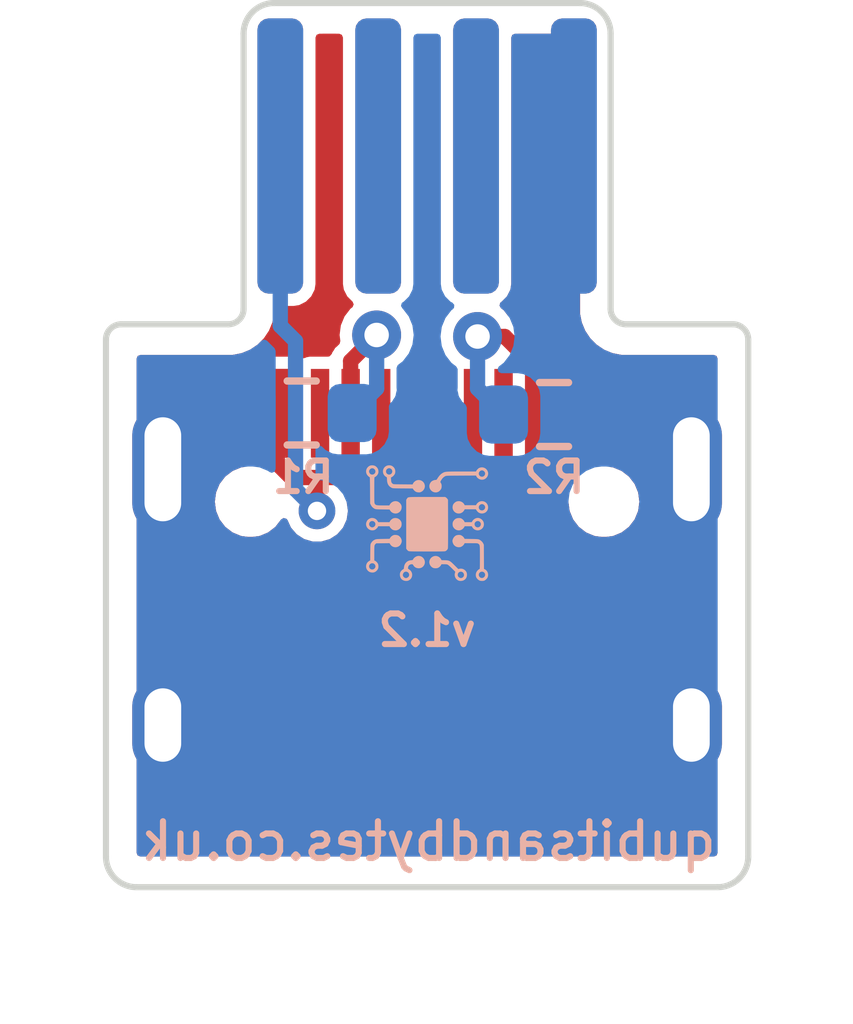
<source format=kicad_pcb>
(kicad_pcb (version 20221018) (generator pcbnew)
  (layers (0 "F.Cu" signal) (31 "B.Cu" signal) (34 "B.Paste" user) (35 "F.Paste" user) (36 "B.SilkS" user "B.Silkscreen") (37 "F.SilkS" user "F.Silkscreen") (38 "B.Mask" user) (39 "F.Mask" user) (44 "Edge.Cuts" user))
  (net 0 "")
  (net 5 "/GND")
  (net 6 "Net-(J1-Pin_7)")
  (net 8 "Net-(J3-CC1)")
  (net 12 "Net-(J3-CC2)")
  (footprint "Connector_USB:USB_C_Receptacle_HRO_TYPE-C-31-M-12" (layer "F.Cu") (at 100 108.25)
    (fp_text reference "J3" hide)
    (fp_text value "USB_C_Receptacle")
    (pad "" np_thru_hole circle (at -2.89 -2.6) (size 0.65 0.65) (drill 0.65) (layers "*.Cu" "*.Mask"))
    (pad "" np_thru_hole circle (at 2.89 -2.6) (size 0.65 0.65) (drill 0.65) (layers "*.Cu" "*.Mask"))
    (pad "A1" smd rect (at -3.25 -4.045) (size 0.6 1.45) (layers "F.Cu" "F.Paste" "F.Mask") (net 5 "/GND"))
    (pad "A4" smd rect (at -2.45 -4.045) (size 0.6 1.45) (layers "F.Cu" "F.Paste" "F.Mask") (net 6 "Net-(J1-Pin_7)"))
    (pad "A5" smd rect (at -1.25 -4.045) (size 0.3 1.45) (layers "F.Cu" "F.Paste" "F.Mask") (net 8 "Net-(J3-CC1)"))
    (pad "A6" smd rect (at -0.25 -4.045) (size 0.3 1.45) (layers "F.Cu" "F.Paste" "F.Mask"))
    (pad "A7" smd rect (at 0.25 -4.045) (size 0.3 1.45) (layers "F.Cu" "F.Paste" "F.Mask"))
    (pad "A8" smd rect (at 1.25 -4.045) (size 0.3 1.45) (layers "F.Cu" "F.Paste" "F.Mask"))
    (pad "A9" smd rect (at 2.45 -4.045) (size 0.6 1.45) (layers "F.Cu" "F.Paste" "F.Mask") (net 6 "Net-(J1-Pin_7)"))
    (pad "A12" smd rect (at 3.25 -4.045) (size 0.6 1.45) (layers "F.Cu" "F.Paste" "F.Mask") (net 5 "/GND"))
    (pad "B1" smd rect (at 3.25 -4.045) (size 0.6 1.45) (layers "F.Cu" "F.Paste" "F.Mask") (net 5 "/GND"))
    (pad "B4" smd rect (at 2.45 -4.045) (size 0.6 1.45) (layers "F.Cu" "F.Paste" "F.Mask") (net 6 "Net-(J1-Pin_7)"))
    (pad "B5" smd rect (at 1.75 -4.045) (size 0.3 1.45) (layers "F.Cu" "F.Paste" "F.Mask") (net 12 "Net-(J3-CC2)"))
    (pad "B6" smd rect (at 0.75 -4.045) (size 0.3 1.45) (layers "F.Cu" "F.Paste" "F.Mask"))
    (pad "B7" smd rect (at -0.75 -4.045) (size 0.3 1.45) (layers "F.Cu" "F.Paste" "F.Mask"))
    (pad "B8" smd rect (at -1.75 -4.045) (size 0.3 1.45) (layers "F.Cu" "F.Paste" "F.Mask"))
    (pad "B9" smd rect (at -2.45 -4.045) (size 0.6 1.45) (layers "F.Cu" "F.Paste" "F.Mask") (net 6 "Net-(J1-Pin_7)"))
    (pad "B12" smd rect (at -3.25 -4.045) (size 0.6 1.45) (layers "F.Cu" "F.Paste" "F.Mask") (net 5 "/GND"))
    (pad "S1" thru_hole oval (at -4.32 -3.13) (size 1 2.1) (drill oval 0.6 1.7) (layers "*.Cu" "*.Mask") (net 5 "/GND"))
    (pad "S1" thru_hole oval (at -4.32 1.05) (size 1 1.6) (drill oval 0.6 1.2) (layers "*.Cu" "*.Mask") (net 5 "/GND"))
    (pad "S1" thru_hole oval (at 4.32 -3.13) (size 1 2.1) (drill oval 0.6 1.7) (layers "*.Cu" "*.Mask") (net 5 "/GND"))
    (pad "S1" thru_hole oval (at 4.32 1.05) (size 1 1.6) (drill oval 0.6 1.2) (layers "*.Cu" "*.Mask") (net 5 "/GND"))
  )
  (footprint "ds4-ext-charger:PS4 EXT" (layer "F.Cu") (at 100 100)
    (fp_text reference "J1" hide)
    (fp_text value "Conn_01x08_MountingPin" hide)
    (pad "6" smd roundrect (at 2.4 0) (size 0.75 4.5) (layers "B.Cu" "B.Paste" "B.Mask") (net 5 "/GND"))
    (pad "7" smd roundrect (at 2.4 0) (size 0.75 4.5) (layers "F.Cu" "F.Paste" "F.Mask") (net 5 "/GND"))
    (pad "8" smd roundrect (at 0.8 0) (size 0.75 4.5) (layers "B.Cu" "B.Paste" "B.Mask"))
    (pad "9" smd roundrect (at 0.8 0) (size 0.75 4.5) (layers "F.Cu" "F.Paste" "F.Mask"))
    (pad "10" smd roundrect (at -0.8 0) (size 0.75 4.5) (layers "B.Cu" "B.Paste" "B.Mask"))
    (pad "11" smd roundrect (at -0.8 0) (size 0.75 4.5) (layers "F.Cu" "F.Paste" "F.Mask"))
    (pad "12" smd roundrect (at -2.4 0) (size 0.75 4.5) (layers "B.Cu" "B.Paste" "B.Mask") (net 6 "Net-(J1-Pin_7)"))
    (pad "13" smd roundrect (at -2.4 0) (size 0.75 4.5) (layers "F.Cu" "F.Paste" "F.Mask"))
  )
  (footprint "Resistor_SMD:R_0603_1608Metric" (layer "B.Cu") (at 97.95 104.2)
    (fp_text reference "R1" (at 0.025 1.05) (layer "B.SilkS") (effects (font (size 0.5 0.5) (thickness 0.1)) (justify mirror)))
    (fp_text value "5.1k")
    (fp_line (start -0.237258 -0.5225) (end 0.237258 -0.5225) (stroke (width 0.12)) (layer "B.SilkS"))
    (fp_line (start -0.237258 0.5225) (end 0.237258 0.5225) (stroke (width 0.12)) (layer "B.SilkS"))
    (pad "1" smd roundrect (at -0.825 0) (size 0.8 0.95) (layers "B.Cu" "B.Paste" "B.Mask") (net 5 "/GND"))
    (pad "2" smd roundrect (at 0.825 0) (size 0.8 0.95) (layers "B.Cu" "B.Paste" "B.Mask") (net 8 "Net-(J3-CC1)"))
  )
  (footprint "Resistor_SMD:R_0603_1608Metric" (layer "B.Cu") (at 102.075 104.225 180)
    (fp_text reference "R2" (at 0 -1.025) (layer "B.SilkS") (effects (font (size 0.5 0.5) (thickness 0.1)) (justify mirror)))
    (fp_text value "5.1k")
    (fp_line (start -0.237258 -0.5225) (end 0.237258 -0.5225) (stroke (width 0.12)) (layer "B.SilkS"))
    (fp_line (start -0.237258 0.5225) (end 0.237258 0.5225) (stroke (width 0.12)) (layer "B.SilkS"))
    (pad "1" smd roundrect (at -0.825 0 180) (size 0.8 0.95) (layers "B.Cu" "B.Paste" "B.Mask") (net 5 "/GND"))
    (pad "2" smd roundrect (at 0.825 0 180) (size 0.8 0.95) (layers "B.Cu" "B.Paste" "B.Mask") (net 12 "Net-(J3-CC2)"))
  )
  (footprint "LOGO" (layer "B.Cu") (at 100 106 180)
    (fp_text reference "G***" hide)
    (fp_text value "LOGO" hide)
    (fp_poly (pts (xy 0.148417 0.427744) (xy 0.184745 0.427602) (xy 0.215387 0.427311) (xy 0.240875 0.426823) (xy 0.261742 0.42609) (xy 0.278517 0.425063) (xy 0.291735 0.423693) (xy 0.301925 0.421934) (xy 0.30962 0.419735) (xy 0.315352 0.417049) (xy 0.319652 0.413828) (xy 0.323053 0.410023) (xy 0.326085 0.405585) (xy 0.329281 0.400468) (xy 0.331092 0.397662) (xy 0.341818 0.381453) (xy 0.341818 -0.416612) (xy 0.331424 -0.432319) (xy 0.321617 -0.443779) (xy 0.309715 -0.453367) (xy 0.306031 -0.455472) (xy 0.302897 -0.456886) (xy 0.299218 -0.458112) (xy 0.294439 -0.459163) (xy 0.288005 -0.460056) (xy 0.279359 -0.460805) (xy 0.267946 -0.461424) (xy 0.253209 -0.46193) (xy 0.234593 -0.462337) (xy 0.211543 -0.462659) (xy 0.183501 -0.462912) (xy 0.149913 -0.463111) (xy 0.110223 -0.463271) (xy 0.063874 -0.463406) (xy 0.01031 -0.463532) (xy 0.00586 -0.463542) (xy -0.055709 -0.463618) (xy -0.11059 -0.463566) (xy -0.158637 -0.463387) (xy -0.199699 -0.463082) (xy -0.233629 -0.462653) (xy -0.260277 -0.462103) (xy -0.279494 -0.461432) (xy -0.291133 -0.460642) (xy -0.294301 -0.460144) (xy -0.31087 -0.452212) (xy -0.325792 -0.438937) (xy -0.336651 -0.422748) (xy -0.33978 -0.414402) (xy -0.340555 -0.4079) (xy -0.341224 -0.394473) (xy -0.341791 -0.374024) (xy -0.342254 -0.346456) (xy -0.342615 -0.311675) (xy -0.342874 -0.269583) (xy -0.343033 -0.220084) (xy -0.343092 -0.163083) (xy -0.343051 -0.098483) (xy -0.342912 -0.026188) (xy -0.342868 -0.009075) (xy -0.341818 0.380883) (xy -0.332831 0.395335) (xy -0.323274 0.407132) (xy -0.311391 0.417453) (xy -0.309392 0.418774) (xy -0.29494 0.427761) (xy 0 0.427761) (xy 0.056576 0.427775) (xy 0.105871 0.427785)) (fill solid) (layer "B.SilkS"))
    (fp_poly (pts (xy -0.861988 0.353691) (xy -0.85354 0.350212) (xy -0.835866 0.339284) (xy -0.819455 0.324426) (xy -0.806944 0.30818) (xy -0.803807 0.302272) (xy -0.799576 0.292987) (xy -0.614573 0.292987) (xy -0.610342 0.302272) (xy -0.597143 0.322446) (xy -0.578332 0.339357) (xy -0.555839 0.351786) (xy -0.531593 0.358513) (xy -0.520016 0.359359) (xy -0.495168 0.357423) (xy -0.474667 0.350831) (xy -0.455945 0.338563) (xy -0.446653 0.33018) (xy -0.434003 0.316565) (xy -0.42588 0.303876) (xy -0.420222 0.288841) (xy -0.419897 0.287726) (xy -0.415663 0.260502) (xy -0.418345 0.234717) (xy -0.427107 0.211224) (xy -0.441109 0.190876) (xy -0.459514 0.174525) (xy -0.481483 0.163024) (xy -0.506177 0.157225) (xy -0.53276 0.15798) (xy -0.54488 0.16062) (xy -0.567824 0.170557) (xy -0.588206 0.186102) (xy -0.603601 0.205366) (xy -0.604701 0.207294) (xy -0.615272 0.226464) (xy -0.796684 0.226576) (xy -0.810075 0.205643) (xy -0.828638 0.183116) (xy -0.85083 0.167352) (xy -0.875971 0.158598) (xy -0.903379 0.157101) (xy -0.929745 0.162262) (xy -0.953371 0.17329) (xy -0.972212 0.189453) (xy -0.986035 0.209541) (xy -0.994607 0.23234) (xy -0.997698 0.256637) (xy -0.996636 0.266584) (xy -0.948229 0.266584) (xy -0.948032 0.249062) (xy -0.941903 0.232884) (xy -0.930701 0.219517) (xy -0.915287 0.210424) (xy -0.89654 0.207073) (xy -0.881817 0.209316) (xy -0.868161 0.214849) (xy -0.867982 0.214957) (xy -0.854407 0.227441) (xy -0.846461 0.243725) (xy -0.844587 0.261764) (xy -0.84923 0.279515) (xy -0.852669 0.285573) (xy -0.866716 0.300636) (xy -0.883296 0.30905) (xy -0.900936 0.310841) (xy -0.918165 0.306034) (xy -0.933511 0.294657) (xy -0.941636 0.283985) (xy -0.948229 0.266584) (xy -0.996636 0.266584) (xy -0.995074 0.281221) (xy -0.986503 0.304879) (xy -0.971754 0.326399) (xy -0.962854 0.335227) (xy -0.94046 0.349959) (xy -0.915136 0.358091) (xy -0.888454 0.359407)) (fill solid) (layer "B.SilkS"))
    (fp_poly (pts (xy -0.804446 0.082373) (xy -0.780951 0.072538) (xy -0.759831 0.057752) (xy -0.743223 0.039327) (xy -0.737964 0.030542) (xy -0.730355 0.015626) (xy -0.614267 0.015626) (xy -0.609493 0.027151) (xy -0.600711 0.041525) (xy -0.586991 0.056387) (xy -0.570681 0.069405) (xy -0.561338 0.074996) (xy -0.547649 0.080452) (xy -0.531672 0.083095) (xy -0.51761 0.083604) (xy -0.489557 0.080505) (xy -0.465465 0.070859) (xy -0.444972 0.054437) (xy -0.427718 0.031006) (xy -0.423563 0.023439) (xy -0.418243 0.006918) (xy -0.416226 -0.013566) (xy -0.417462 -0.034919) (xy -0.421901 -0.054046) (xy -0.424917 -0.061076) (xy -0.440638 -0.083901) (xy -0.460445 -0.101206) (xy -0.48313 -0.112796) (xy -0.507484 -0.118475) (xy -0.532301 -0.118049) (xy -0.55637 -0.111322) (xy -0.578485 -0.0981) (xy -0.589659 -0.087684) (xy -0.599188 -0.07653) (xy -0.606901 -0.066059) (xy -0.610126 -0.060544) (xy -0.614573 -0.050784) (xy -0.730355 -0.050784) (xy -0.738017 -0.065804) (xy -0.752824 -0.086654) (xy -0.772783 -0.102907) (xy -0.796267 -0.113847) (xy -0.821647 -0.118758) (xy -0.847295 -0.116925) (xy -0.851808 -0.115825) (xy -0.878621 -0.104904) (xy -0.900298 -0.088677) (xy -0.916333 -0.068094) (xy -0.926217 -0.044104) (xy -0.929443 -0.017656) (xy -0.929432 -0.017579) (xy -0.878931 -0.017579) (xy -0.875513 -0.036417) (xy -0.866253 -0.051751) (xy -0.85264 -0.062778) (xy -0.836163 -0.068694) (xy -0.818313 -0.068695) (xy -0.800578 -0.061976) (xy -0.798783 -0.060848) (xy -0.785989 -0.048283) (xy -0.778148 -0.031896) (xy -0.775776 -0.01397) (xy -0.779392 0.003212) (xy -0.782812 0.009645) (xy -0.796074 0.02401) (xy -0.811832 0.032169) (xy -0.828649 0.034527) (xy -0.845088 0.031493) (xy -0.859712 0.023472) (xy -0.871084 0.010872) (xy -0.877768 -0.005901) (xy -0.878931 -0.017579) (xy -0.929432 -0.017579) (xy -0.925502 0.010299) (xy -0.923232 0.017722) (xy -0.911998 0.039399) (xy -0.894897 0.058332) (xy -0.873707 0.073245) (xy -0.850203 0.082865) (xy -0.828176 0.085943)) (fill solid) (layer "B.SilkS"))
    (fp_poly (pts (xy 0.913539 0.083629) (xy 0.934235 0.077228) (xy 0.954762 0.065606) (xy 0.9723 0.05062) (xy 0.981389 0.03896) (xy 0.99375 0.01238) (xy 0.998524 -0.014398) (xy 0.995776 -0.040627) (xy 0.985573 -0.065561) (xy 0.970172 -0.08617) (xy 0.948396 -0.104047) (xy 0.923476 -0.115119) (xy 0.896594 -0.11909) (xy 0.868929 -0.115663) (xy 0.861599 -0.113471) (xy 0.848258 -0.106694) (xy 0.833451 -0.095738) (xy 0.819511 -0.082698) (xy 0.808771 -0.06967) (xy 0.804675 -0.062355) (xy 0.799883 -0.050784) (xy 0.614267 -0.050784) (xy 0.609656 -0.061917) (xy 0.602319 -0.073767) (xy 0.590499 -0.087037) (xy 0.576589 -0.099436) (xy 0.562981 -0.108673) (xy 0.558628 -0.110778) (xy 0.537682 -0.116828) (xy 0.515241 -0.119036) (xy 0.495191 -0.117024) (xy 0.495021 -0.116983) (xy 0.468219 -0.10661) (xy 0.445823 -0.089825) (xy 0.428112 -0.066852) (xy 0.424917 -0.061076) (xy 0.419058 -0.043949) (xy 0.41638 -0.023211) (xy 0.416531 -0.017403) (xy 0.84452 -0.017403) (xy 0.84818 -0.03531) (xy 0.851594 -0.04203) (xy 0.864577 -0.057267) (xy 0.880561 -0.066686) (xy 0.897948 -0.069733) (xy 0.915139 -0.065853) (xy 0.917243 -0.064828) (xy 0.934366 -0.052231) (xy 0.944845 -0.035926) (xy 0.948014 -0.022706) (xy 0.946593 -0.003433) (xy 0.939018 0.012825) (xy 0.926656 0.025162) (xy 0.910877 0.032672) (xy 0.893048 0.03445) (xy 0.874537 0.02959) (xy 0.871388 0.02802) (xy 0.856655 0.016141) (xy 0.847522 0.000374) (xy 0.84452 -0.017403) (xy 0.416531 -0.017403) (xy 0.416934 -0.001955) (xy 0.420768 0.016724) (xy 0.423563 0.023439) (xy 0.436052 0.044051) (xy 0.45005 0.059245) (xy 0.467774 0.071384) (xy 0.469286 0.072221) (xy 0.492172 0.080971) (xy 0.517167 0.08423) (xy 0.541709 0.081922) (xy 0.561338 0.074996) (xy 0.578073 0.064017) (xy 0.593526 0.049894) (xy 0.605348 0.034961) (xy 0.609493 0.027151) (xy 0.614267 0.015626) (xy 0.706572 0.015757) (xy 0.798877 0.015887) (xy 0.810597 0.036244) (xy 0.82658 0.056519) (xy 0.847577 0.071861) (xy 0.87202 0.081549) (xy 0.898343 0.084862)) (fill solid) (layer "B.SilkS"))
    (fp_poly (pts (xy -0.108715 -0.540636) (xy -0.08628 -0.55071) (xy -0.066745 -0.565629) (xy -0.051142 -0.584673) (xy -0.040501 -0.607125) (xy -0.035853 -0.632267) (xy -0.036429 -0.648863) (xy -0.043161 -0.674742) (xy -0.056277 -0.698265) (xy -0.074575 -0.717762) (xy -0.095622 -0.731017) (xy -0.112965 -0.736044) (xy -0.134271 -0.738093) (xy -0.156235 -0.737047) (xy -0.17264 -0.733733) (xy -0.188353 -0.72626) (xy -0.204716 -0.714085) (xy -0.219014 -0.699556) (xy -0.228219 -0.685692) (xy -0.234756 -0.671916) (xy -0.278264 -0.671916) (xy -0.299253 -0.672191) (xy -0.314383 -0.673182) (xy -0.325592 -0.675142) (xy -0.334819 -0.678323) (xy -0.337655 -0.679632) (xy -0.345576 -0.684921) (xy -0.357761 -0.694862) (xy -0.373082 -0.708455) (xy -0.390407 -0.7247) (xy -0.407177 -0.74116) (xy -0.460816 -0.794971) (xy -0.454748 -0.814503) (xy -0.450248 -0.841372) (xy -0.452908 -0.867792) (xy -0.462121 -0.892469) (xy -0.477279 -0.914112) (xy -0.497776 -0.931427) (xy -0.51358 -0.939711) (xy -0.532783 -0.944504) (xy -0.555353 -0.945234) (xy -0.578075 -0.942043) (xy -0.59574 -0.93606) (xy -0.61935 -0.921052) (xy -0.636702 -0.901408) (xy -0.647667 -0.877342) (xy -0.652114 -0.849068) (xy -0.652212 -0.843802) (xy -0.652039 -0.842137) (xy -0.603493 -0.842137) (xy -0.60188 -0.860662) (xy -0.593609 -0.876953) (xy -0.579194 -0.88958) (xy -0.572632 -0.89294) (xy -0.559149 -0.897418) (xy -0.547185 -0.897351) (xy -0.533344 -0.892566) (xy -0.529501 -0.890763) (xy -0.51306 -0.879049) (xy -0.503131 -0.863224) (xy -0.500045 -0.845152) (xy -0.503288 -0.82627) (xy -0.512008 -0.81133) (xy -0.524752 -0.800662) (xy -0.54007 -0.794598) (xy -0.556509 -0.79347) (xy -0.572616 -0.797609) (xy -0.586941 -0.807347) (xy -0.597931 -0.822808) (xy -0.603493 -0.842137) (xy -0.652039 -0.842137) (xy -0.64946 -0.817243) (xy -0.640781 -0.794828) (xy -0.625544 -0.774957) (xy -0.624745 -0.774148) (xy -0.602588 -0.756934) (xy -0.5777 -0.746415) (xy -0.551352 -0.742967) (xy -0.528891 -0.745843) (xy -0.510527 -0.750467) (xy -0.449531 -0.6899) (xy -0.425565 -0.666315) (xy -0.405835 -0.647737) (xy -0.389158 -0.63355) (xy -0.374345 -0.623137) (xy -0.360212 -0.615882) (xy -0.345573 -0.611168) (xy -0.32924 -0.608379) (xy -0.310029 -0.606898) (xy -0.288425 -0.606151) (xy -0.235033 -0.604771) (xy -0.230411 -0.593613) (xy -0.221928 -0.579756) (xy -0.20865 -0.565285) (xy -0.192992 -0.552596) (xy -0.183118 -0.54666) (xy -0.158165 -0.537893) (xy -0.13302 -0.536124)) (fill solid) (layer "B.SilkS"))
    (fp_poly (pts (xy 0.148832 -0.53646) (xy 0.171471 -0.542204) (xy 0.193248 -0.553193) (xy 0.212151 -0.56802) (xy 0.22617 -0.585278) (xy 0.230358 -0.593484) (xy 0.233288 -0.59926) (xy 0.237448 -0.602746) (xy 0.244812 -0.604721) (xy 0.257354 -0.605963) (xy 0.26298 -0.606345) (xy 0.293598 -0.611947) (xy 0.320562 -0.624082) (xy 0.343183 -0.642054) (xy 0.360773 -0.66517) (xy 0.372646 -0.692732) (xy 0.378015 -0.722588) (xy 0.379282 -0.73695) (xy 0.381075 -0.745536) (xy 0.384228 -0.750374) (xy 0.389575 -0.753494) (xy 0.390961 -0.754082) (xy 0.40485 -0.762606) (xy 0.419207 -0.775862) (xy 0.43159 -0.791333) (xy 0.437928 -0.802468) (xy 0.44441 -0.825307) (xy 0.445108 -0.850449) (xy 0.440446 -0.875689) (xy 0.430848 -0.898821) (xy 0.416738 -0.917641) (xy 0.415559 -0.918772) (xy 0.395559 -0.932635) (xy 0.371588 -0.941676) (xy 0.345911 -0.945508) (xy 0.320792 -0.943743) (xy 0.302666 -0.938061) (xy 0.279735 -0.923819) (xy 0.262365 -0.905227) (xy 0.250603 -0.883469) (xy 0.244494 -0.859728) (xy 0.244249 -0.845152) (xy 0.293001 -0.845152) (xy 0.296518 -0.864347) (xy 0.306891 -0.879957) (xy 0.322158 -0.890689) (xy 0.336165 -0.896592) (xy 0.347391 -0.898039) (xy 0.35933 -0.895227) (xy 0.364726 -0.893106) (xy 0.380725 -0.88245) (xy 0.392262 -0.866733) (xy 0.396817 -0.8533) (xy 0.396272 -0.83829) (xy 0.390552 -0.822142) (xy 0.381089 -0.807891) (xy 0.371573 -0.799769) (xy 0.353954 -0.793386) (xy 0.336118 -0.793744) (xy 0.319585 -0.799964) (xy 0.305875 -0.811168) (xy 0.296508 -0.826479) (xy 0.293002 -0.84502) (xy 0.293001 -0.845152) (xy 0.244249 -0.845152) (xy 0.244082 -0.835187) (xy 0.249415 -0.811029) (xy 0.260536 -0.788438) (xy 0.277491 -0.768596) (xy 0.295664 -0.755275) (xy 0.305942 -0.748922) (xy 0.310996 -0.74373) (xy 0.312356 -0.736933) (xy 0.311624 -0.726479) (xy 0.306167 -0.705142) (xy 0.294786 -0.688564) (xy 0.278189 -0.677374) (xy 0.257084 -0.672201) (xy 0.25022 -0.671916) (xy 0.239738 -0.672692) (xy 0.233347 -0.676392) (xy 0.22779 -0.68507) (xy 0.227014 -0.686566) (xy 0.211664 -0.708311) (xy 0.191215 -0.724432) (xy 0.166392 -0.734516) (xy 0.137915 -0.73815) (xy 0.136727 -0.738155) (xy 0.108375 -0.734692) (xy 0.083805 -0.724417) (xy 0.063297 -0.707501) (xy 0.04713 -0.684115) (xy 0.046511 -0.682917) (xy 0.037787 -0.658043) (xy 0.036056 -0.632963) (xy 0.040599 -0.608707) (xy 0.050694 -0.586307) (xy 0.065622 -0.566794) (xy 0.084661 -0.551199) (xy 0.107092 -0.540554) (xy 0.132194 -0.53589)) (fill solid) (layer "B.SilkS"))
    (fp_poly (pts (xy 0.535372 -0.192985) (xy 0.545768 -0.194996) (xy 0.565257 -0.203371) (xy 0.584139 -0.216796) (xy 0.59947 -0.232986) (xy 0.60435 -0.240431) (xy 0.613005 -0.255875) (xy 0.721567 -0.258076) (xy 0.753954 -0.25877) (xy 0.779578 -0.259449) (xy 0.799487 -0.260199) (xy 0.81473 -0.261109) (xy 0.826356 -0.262267) (xy 0.835413 -0.263761) (xy 0.842951 -0.265678) (xy 0.850017 -0.268107) (xy 0.852478 -0.269057) (xy 0.877004 -0.282541) (xy 0.898728 -0.30188) (xy 0.915581 -0.325152) (xy 0.918211 -0.33016) (xy 0.920813 -0.335607) (xy 0.922903 -0.340842) (xy 0.924546 -0.346768) (xy 0.925807 -0.354285) (xy 0.926749 -0.364295) (xy 0.927438 -0.377698) (xy 0.927938 -0.395395) (xy 0.928313 -0.418287) (xy 0.928629 -0.447276) (xy 0.928918 -0.479519) (xy 0.930044 -0.609406) (xy 0.944544 -0.616865) (xy 0.966449 -0.632303) (xy 0.983114 -0.652727) (xy 0.993937 -0.676832) (xy 0.998315 -0.703316) (xy 0.996161 -0.728531) (xy 0.987082 -0.75355) (xy 0.971252 -0.775641) (xy 0.949542 -0.79361) (xy 0.94824 -0.794427) (xy 0.928709 -0.802885) (xy 0.90567 -0.807378) (xy 0.882333 -0.807574) (xy 0.86235 -0.803309) (xy 0.837246 -0.789929) (xy 0.816959 -0.770543) (xy 0.802023 -0.745678) (xy 0.800568 -0.742233) (xy 0.796777 -0.726526) (xy 0.795578 -0.706955) (xy 0.796169 -0.698164) (xy 0.844745 -0.698164) (xy 0.844771 -0.715039) (xy 0.850462 -0.730484) (xy 0.860762 -0.74344) (xy 0.87461 -0.752848) (xy 0.890948 -0.75765) (xy 0.908719 -0.756786) (xy 0.922298 -0.75181) (xy 0.936585 -0.740379) (xy 0.945589 -0.724746) (xy 0.948763 -0.706928) (xy 0.945555 -0.68894) (xy 0.941636 -0.680918) (xy 0.929027 -0.665874) (xy 0.913204 -0.657695) (xy 0.89654 -0.655639) (xy 0.87709 -0.658566) (xy 0.86186 -0.667793) (xy 0.851443 -0.680918) (xy 0.844745 -0.698164) (xy 0.796169 -0.698164) (xy 0.796919 -0.68701) (xy 0.800744 -0.670179) (xy 0.801703 -0.667726) (xy 0.812517 -0.649284) (xy 0.827732 -0.632049) (xy 0.844676 -0.618931) (xy 0.848315 -0.616916) (xy 0.863334 -0.609254) (xy 0.863334 -0.489991) (xy 0.863305 -0.454663) (xy 0.863133 -0.426244) (xy 0.862687 -0.403829) (xy 0.86184 -0.386514) (xy 0.860462 -0.373396) (xy 0.858424 -0.363569) (xy 0.855597 -0.356131) (xy 0.851852 -0.350176) (xy 0.84706 -0.3448) (xy 0.841912 -0.339865) (xy 0.831466 -0.330098) (xy 0.72278 -0.32895) (xy 0.614094 -0.327801) (xy 0.604917 -0.344393) (xy 0.589263 -0.365278) (xy 0.569305 -0.380619) (xy 0.54636 -0.390299) (xy 0.521746 -0.3942) (xy 0.496782 -0.392204) (xy 0.472783 -0.384194) (xy 0.451069 -0.370051) (xy 0.440152 -0.359123) (xy 0.428433 -0.341645) (xy 0.419471 -0.321026) (xy 0.414596 -0.300645) (xy 0.414088 -0.292987) (xy 0.417609 -0.269864) (xy 0.427278 -0.246684) (xy 0.441756 -0.225621) (xy 0.459701 -0.208844) (xy 0.469892 -0.202569) (xy 0.489601 -0.195675) (xy 0.51268 -0.192356)) (fill solid) (layer "B.SilkS"))
    (fp_poly (pts (xy 0.65065 0.941483) (xy 0.667158 0.935297) (xy 0.689028 0.920415) (xy 0.705543 0.901052) (xy 0.716527 0.878522) (xy 0.721805 0.854139) (xy 0.721201 0.829216) (xy 0.71454 0.805067) (xy 0.701646 0.783007) (xy 0.689245 0.769882) (xy 0.67863 0.761368) (xy 0.66871 0.754689) (xy 0.665576 0.753023) (xy 0.660886 0.750284) (xy 0.658111 0.746128) (xy 0.656754 0.738702) (xy 0.656318 0.726152) (xy 0.65629 0.718359) (xy 0.653637 0.680276) (xy 0.645598 0.647745) (xy 0.632055 0.620546) (xy 0.612891 0.598463) (xy 0.587987 0.581275) (xy 0.580114 0.577377) (xy 0.575149 0.575173) (xy 0.57022 0.573357) (xy 0.564542 0.571884) (xy 0.557333 0.570712) (xy 0.547807 0.569796) (xy 0.53518 0.569094) (xy 0.518669 0.568562) (xy 0.497488 0.568155) (xy 0.470854 0.567832) (xy 0.437982 0.567548) (xy 0.398089 0.56726) (xy 0.397705 0.567257) (xy 0.234828 0.56612) (xy 0.227053 0.553584) (xy 0.213768 0.536307) (xy 0.19751 0.521269) (xy 0.180954 0.510905) (xy 0.179378 0.510216) (xy 0.161942 0.505029) (xy 0.142075 0.502228) (xy 0.123447 0.502186) (xy 0.114585 0.503593) (xy 0.089938 0.513567) (xy 0.068833 0.529391) (xy 0.052198 0.549748) (xy 0.04096 0.573319) (xy 0.036048 0.598788) (xy 0.036523 0.614436) (xy 0.043111 0.640952) (xy 0.055417 0.663372) (xy 0.072334 0.681341) (xy 0.092749 0.694503) (xy 0.115553 0.702502) (xy 0.139636 0.704982) (xy 0.163888 0.701586) (xy 0.187199 0.69196) (xy 0.208459 0.675747) (xy 0.212978 0.671009) (xy 0.222437 0.659499) (xy 0.229693 0.648848) (xy 0.232935 0.64202) (xy 0.2353 0.6326) (xy 0.392776 0.633702) (xy 0.432037 0.63399) (xy 0.464246 0.63428) (xy 0.490164 0.634612) (xy 0.510549 0.635029) (xy 0.526164 0.635571) (xy 0.537768 0.636279) (xy 0.546122 0.637196) (xy 0.551986 0.638363) (xy 0.556121 0.639821) (xy 0.559288 0.641611) (xy 0.561035 0.642859) (xy 0.572451 0.652449) (xy 0.580131 0.662271) (xy 0.584919 0.674307) (xy 0.587658 0.690534) (xy 0.588969 0.708372) (xy 0.590909 0.745456) (xy 0.575244 0.753447) (xy 0.559648 0.764088) (xy 0.544503 0.778946) (xy 0.531991 0.79553) (xy 0.524295 0.811347) (xy 0.524157 0.811795) (xy 0.519338 0.840213) (xy 0.520201 0.84995) (xy 0.568809 0.84995) (xy 0.570342 0.832102) (xy 0.578931 0.814417) (xy 0.5922 0.801673) (xy 0.608568 0.794481) (xy 0.626455 0.793446) (xy 0.64428 0.799177) (xy 0.648819 0.801924) (xy 0.662829 0.814689) (xy 0.670169 0.830346) (xy 0.671844 0.845755) (xy 0.668347 0.864901) (xy 0.658442 0.880918) (xy 0.643465 0.891969) (xy 0.627742 0.89752) (xy 0.613511 0.897408) (xy 0.600102 0.893075) (xy 0.584617 0.882723) (xy 0.573854 0.867666) (xy 0.568809 0.84995) (xy 0.520201 0.84995) (xy 0.521751 0.867433) (xy 0.530938 0.892414) (xy 0.546437 0.914119) (xy 0.567788 0.931507) (xy 0.580114 0.938076) (xy 0.601764 0.944265) (xy 0.626272 0.945369)) (fill solid) (layer "B.SilkS"))
    (fp_poly (pts (xy -0.876839 0.910578) (xy -0.850877 0.902034) (xy -0.848084 0.90064) (xy -0.838469 0.893893) (xy -0.827112 0.883446) (xy -0.816034 0.871469) (xy -0.807256 0.860134) (xy -0.802964 0.852184) (xy -0.800304 0.843802) (xy -0.563248 0.843744) (xy -0.511228 0.843717) (xy -0.466379 0.84363) (xy -0.428059 0.843434) (xy -0.395627 0.843081) (xy -0.36844 0.84252) (xy -0.345857 0.841702) (xy -0.327236 0.84058) (xy -0.311935 0.839102) (xy -0.299312 0.837221) (xy -0.288726 0.834887) (xy -0.279534 0.832051) (xy -0.271095 0.828664) (xy -0.262766 0.824677) (xy -0.253954 0.820065) (xy -0.227909 0.802296) (xy -0.202686 0.777418) (xy -0.178967 0.746133) (xy -0.172721 0.736373) (xy -0.163362 0.721618) (xy -0.156665 0.712472) (xy -0.151451 0.707738) (xy -0.146543 0.706224) (xy -0.143132 0.706377) (xy -0.129402 0.705653) (xy -0.112143 0.701429) (xy -0.094251 0.694652) (xy -0.078622 0.686268) (xy -0.075927 0.684414) (xy -0.061116 0.669864) (xy -0.048465 0.650384) (xy -0.039586 0.628838) (xy -0.036523 0.614436) (xy -0.037093 0.588476) (xy -0.044379 0.564271) (xy -0.057344 0.542736) (xy -0.074954 0.524786) (xy -0.096175 0.511336) (xy -0.11997 0.503302) (xy -0.145305 0.5016) (xy -0.16127 0.504109) (xy -0.181674 0.51104) (xy -0.198398 0.521593) (xy -0.2126 0.535368) (xy -0.226063 0.55266) (xy -0.234095 0.569844) (xy -0.237756 0.589771) (xy -0.238296 0.604555) (xy -0.237235 0.62347) (xy -0.23336 0.639358) (xy -0.225629 0.655574) (xy -0.219203 0.666086) (xy -0.217141 0.670793) (xy -0.217511 0.676422) (xy -0.22085 0.684705) (xy -0.227693 0.697372) (xy -0.230293 0.701909) (xy -0.25037 0.730987) (xy -0.273072 0.752946) (xy -0.296415 0.767089) (xy -0.300268 0.768795) (xy -0.304296 0.770254) (xy -0.309114 0.77149) (xy -0.315337 0.772524) (xy -0.323582 0.773378) (xy -0.334465 0.774076) (xy -0.348601 0.774639) (xy -0.366606 0.775089) (xy -0.389097 0.775449) (xy -0.416689 0.775741) (xy -0.449997 0.775988) (xy -0.489638 0.776211) (xy -0.536228 0.776433) (xy -0.557131 0.776528) (xy -0.799789 0.777617) (xy -0.80461 0.765979) (xy -0.810284 0.756146) (xy -0.819068 0.744716) (xy -0.823413 0.739943) (xy -0.844922 0.723034) (xy -0.869511 0.71257) (xy -0.895712 0.708776) (xy -0.922055 0.711875) (xy -0.94566 0.721287) (xy -0.967053 0.737313) (xy -0.983474 0.757974) (xy -0.99423 0.781766) (xy -0.998633 0.807186) (xy -0.997933 0.814431) (xy -0.948371 0.814431) (xy -0.947059 0.798133) (xy -0.940754 0.783232) (xy -0.93031 0.770864) (xy -0.916579 0.762165) (xy -0.900411 0.758273) (xy -0.882661 0.760325) (xy -0.871388 0.764997) (xy -0.856655 0.776876) (xy -0.847522 0.792644) (xy -0.84452 0.810421) (xy -0.84818 0.828327) (xy -0.851594 0.835048) (xy -0.865005 0.850809) (xy -0.8812 0.860043) (xy -0.898798 0.862551) (xy -0.916417 0.858136) (xy -0.932609 0.846667) (xy -0.943838 0.830988) (xy -0.948371 0.814431) (xy -0.997933 0.814431) (xy -0.996278 0.83157) (xy -0.986401 0.857588) (xy -0.970991 0.879175) (xy -0.951189 0.895799) (xy -0.928136 0.906929) (xy -0.902972 0.912032)) (fill solid) (layer "B.SilkS"))
    (fp_poly (pts (xy -0.501415 -0.19348) (xy -0.479486 -0.198563) (xy -0.469892 -0.202569) (xy -0.45068 -0.216279) (xy -0.434244 -0.235398) (xy -0.421922 -0.257756) (xy -0.415057 -0.281179) (xy -0.414088 -0.292987) (xy -0.416854 -0.312263) (xy -0.424266 -0.333194) (xy -0.434992 -0.352399) (xy -0.440152 -0.359123) (xy -0.460595 -0.377256) (xy -0.484843 -0.389113) (xy -0.511569 -0.394306) (xy -0.539445 -0.392448) (xy -0.547787 -0.390471) (xy -0.566032 -0.382349) (xy -0.584094 -0.369168) (xy -0.599132 -0.353213) (xy -0.604822 -0.344565) (xy -0.613904 -0.328145) (xy -0.718509 -0.328145) (xy -0.749842 -0.328165) (xy -0.774348 -0.328275) (xy -0.793012 -0.328549) (xy -0.806822 -0.329062) (xy -0.816762 -0.329886) (xy -0.823819 -0.331097) (xy -0.828978 -0.332769) (xy -0.833227 -0.334976) (xy -0.836388 -0.337013) (xy -0.842304 -0.341003) (xy -0.847284 -0.344857) (xy -0.851409 -0.349246) (xy -0.854758 -0.354843) (xy -0.857412 -0.362321) (xy -0.859453 -0.372352) (xy -0.86096 -0.385609) (xy -0.862015 -0.402765) (xy -0.862698 -0.424492) (xy -0.863091 -0.451463) (xy -0.863273 -0.484351) (xy -0.863325 -0.523828) (xy -0.863328 -0.561558) (xy -0.863298 -0.605798) (xy -0.863194 -0.642817) (xy -0.862998 -0.673206) (xy -0.862695 -0.697556) (xy -0.862267 -0.71646) (xy -0.861698 -0.730509) (xy -0.860972 -0.740294) (xy -0.860072 -0.746406) (xy -0.858982 -0.749438) (xy -0.858036 -0.750046) (xy -0.852205 -0.752284) (xy -0.842721 -0.758055) (xy -0.834916 -0.763654) (xy -0.816166 -0.782661) (xy -0.803156 -0.805856) (xy -0.796305 -0.831707) (xy -0.796031 -0.858683) (xy -0.802157 -0.883735) (xy -0.811563 -0.90046) (xy -0.825872 -0.916876) (xy -0.842724 -0.930748) (xy -0.859756 -0.939842) (xy -0.862413 -0.940727) (xy -0.879467 -0.943999) (xy -0.899146 -0.945045) (xy -0.918296 -0.94391) (xy -0.933763 -0.940641) (xy -0.936365 -0.939637) (xy -0.952633 -0.929782) (xy -0.968844 -0.915355) (xy -0.982553 -0.898866) (xy -0.991046 -0.883535) (xy -0.997247 -0.857885) (xy -0.997187 -0.852222) (xy -0.948186 -0.852222) (xy -0.941718 -0.869488) (xy -0.94041 -0.871546) (xy -0.926526 -0.886367) (xy -0.909743 -0.894898) (xy -0.891603 -0.896771) (xy -0.873644 -0.891617) (xy -0.868594 -0.888693) (xy -0.85993 -0.880947) (xy -0.85187 -0.870644) (xy -0.851443 -0.869958) (xy -0.844948 -0.852693) (xy -0.84521 -0.835224) (xy -0.851357 -0.819039) (xy -0.862519 -0.805624) (xy -0.877823 -0.796464) (xy -0.896399 -0.793047) (xy -0.89654 -0.793047) (xy -0.915344 -0.796388) (xy -0.930728 -0.805439) (xy -0.941874 -0.818736) (xy -0.947966 -0.834818) (xy -0.948186 -0.852222) (xy -0.997187 -0.852222) (xy -0.996973 -0.831882) (xy -0.990744 -0.806999) (xy -0.979082 -0.784708) (xy -0.962506 -0.766481) (xy -0.945835 -0.755707) (xy -0.930059 -0.748093) (xy -0.927791 -0.353537) (xy -0.918487 -0.33295) (xy -0.906843 -0.31393) (xy -0.89021 -0.295355) (xy -0.870951 -0.27945) (xy -0.85143 -0.268436) (xy -0.848824 -0.267416) (xy -0.841965 -0.265294) (xy -0.833542 -0.26359) (xy -0.822567 -0.262236) (xy -0.80805 -0.261165) (xy -0.789005 -0.26031) (xy -0.764442 -0.259604) (xy -0.733373 -0.25898) (xy -0.721794 -0.258784) (xy -0.613458 -0.25702) (xy -0.604599 -0.241004) (xy -0.591578 -0.223859) (xy -0.573668 -0.208671) (xy -0.553787 -0.197723) (xy -0.545768 -0.194996) (xy -0.524762 -0.192166)) (fill solid) (layer "B.SilkS"))
    (fp_poly (pts (xy 0.919519 0.943749) (xy 0.938179 0.93811) (xy 0.955561 0.927294) (xy 0.966415 0.918015) (xy 0.983569 0.897177) (xy 0.994272 0.87306) (xy 0.998284 0.847122) (xy 0.995366 0.820822) (xy 0.986196 0.797263) (xy 0.978587 0.785898) (xy 0.968306 0.77386) (xy 0.957068 0.762801) (xy 0.946584 0.754371) (xy 0.938567 0.750222) (xy 0.93721 0.750046) (xy 0.936602 0.746257) (xy 0.935991 0.735363) (xy 0.93539 0.718069) (xy 0.934814 0.695082) (xy 0.934277 0.66711) (xy 0.933793 0.634859) (xy 0.933377 0.599035) (xy 0.933043 0.560347) (xy 0.932888 0.536166) (xy 0.931698 0.322285) (xy 0.920333 0.297673) (xy 0.905769 0.273694) (xy 0.886423 0.252982) (xy 0.864171 0.237355) (xy 0.852569 0.232028) (xy 0.845989 0.229907) (xy 0.838091 0.228212) (xy 0.827889 0.22688) (xy 0.814395 0.225844) (xy 0.796624 0.225041) (xy 0.773589 0.224406) (xy 0.744304 0.223874) (xy 0.72389 0.223585) (xy 0.613745 0.222129) (xy 0.603959 0.205432) (xy 0.587696 0.185022) (xy 0.566646 0.169714) (xy 0.542378 0.160065) (xy 0.51646 0.156633) (xy 0.49046 0.159973) (xy 0.482806 0.162405) (xy 0.457838 0.175458) (xy 0.438117 0.194106) (xy 0.424171 0.217718) (xy 0.417339 0.240745) (xy 0.415557 0.268184) (xy 0.42106 0.293101) (xy 0.434012 0.315997) (xy 0.446653 0.33018) (xy 0.465442 0.3456) (xy 0.484751 0.354842) (xy 0.507151 0.358929) (xy 0.520016 0.359359) (xy 0.545908 0.355554) (xy 0.570191 0.344826) (xy 0.591485 0.328061) (xy 0.608408 0.306145) (xy 0.611393 0.300747) (xy 0.617426 0.28908) (xy 0.715965 0.289166) (xy 0.750596 0.28933) (xy 0.778339 0.289879) (xy 0.800116 0.290999) (xy 0.816849 0.292874) (xy 0.829462 0.295689) (xy 0.838875 0.299631) (xy 0.846012 0.304883) (xy 0.851794 0.311633) (xy 0.855426 0.317175) (xy 0.857148 0.320228) (xy 0.858599 0.323703) (xy 0.859803 0.328255) (xy 0.860782 0.334538) (xy 0.86156 0.343208) (xy 0.86216 0.354918) (xy 0.862605 0.370324) (xy 0.862918 0.390079) (xy 0.863123 0.414839) (xy 0.863242 0.445258) (xy 0.8633 0.481989) (xy 0.863318 0.525689) (xy 0.86332 0.539809) (xy 0.863314 0.585623) (xy 0.863276 0.624245) (xy 0.863184 0.656297) (xy 0.863017 0.682402) (xy 0.862752 0.703181) (xy 0.862367 0.719256) (xy 0.861842 0.731248) (xy 0.861154 0.739779) (xy 0.860282 0.745471) (xy 0.859204 0.748945) (xy 0.857898 0.750824) (xy 0.856343 0.751728) (xy 0.855918 0.751874) (xy 0.84089 0.759667) (xy 0.825505 0.772695) (xy 0.812055 0.78884) (xy 0.806875 0.797225) (xy 0.799909 0.811786) (xy 0.796457 0.824983) (xy 0.795483 0.841051) (xy 0.795486 0.843802) (xy 0.7963 0.852693) (xy 0.844948 0.852693) (xy 0.84521 0.835224) (xy 0.851357 0.819039) (xy 0.862519 0.805624) (xy 0.877823 0.796464) (xy 0.896399 0.793047) (xy 0.89654 0.793047) (xy 0.91023 0.794974) (xy 0.922981 0.799685) (xy 0.924198 0.800384) (xy 0.936275 0.811662) (xy 0.945192 0.827401) (xy 0.949206 0.844377) (xy 0.949277 0.846744) (xy 0.945931 0.861059) (xy 0.937092 0.875582) (xy 0.924562 0.887719) (xy 0.917947 0.891843) (xy 0.90014 0.897026) (xy 0.882291 0.895035) (xy 0.865883 0.886355) (xy 0.852397 0.871477) (xy 0.851443 0.869958) (xy 0.844948 0.852693) (xy 0.7963 0.852693) (xy 0.797757 0.868609) (xy 0.804944 0.889356) (xy 0.81809 0.908766) (xy 0.822051 0.913311) (xy 0.842166 0.930741) (xy 0.865177 0.941263) (xy 0.89206 0.945299) (xy 0.896622 0.945371)) (fill solid) (layer "B.SilkS"))
  )
  (gr_line (start 94.75 103) (end 94.75 111.45) (stroke (width 0.1)) (layer "Edge.Cuts"))
  (gr_line (start 97.5 97.5) (end 102.5 97.5) (stroke (width 0.1)) (layer "Edge.Cuts"))
  (gr_arc (start 94.75 103) (mid 94.823223 102.823223) (end 95 102.75) (stroke (width 0.1)) (layer "Edge.Cuts"))
  (gr_arc (start 97 102.5) (mid 96.926777 102.676777) (end 96.75 102.75) (stroke (width 0.1)) (layer "Edge.Cuts"))
  (gr_arc (start 97 98) (mid 97.146447 97.646447) (end 97.5 97.5) (stroke (width 0.1)) (layer "Edge.Cuts"))
  (gr_arc (start 105 102.75) (mid 105.176777 102.823223) (end 105.25 103) (stroke (width 0.1)) (layer "Edge.Cuts"))
  (gr_arc (start 105.25 111.45) (mid 105.103553 111.803553) (end 104.75 111.95) (stroke (width 0.1)) (layer "Edge.Cuts"))
  (gr_arc (start 103.25 102.75) (mid 103.073223 102.676777) (end 103 102.5) (stroke (width 0.1)) (layer "Edge.Cuts"))
  (gr_line (start 103 98) (end 103 102.5) (stroke (width 0.1)) (layer "Edge.Cuts"))
  (gr_arc (start 102.5 97.5) (mid 102.853553 97.646447) (end 103 98) (stroke (width 0.1)) (layer "Edge.Cuts"))
  (gr_line (start 97 98) (end 97 102.5) (stroke (width 0.1)) (layer "Edge.Cuts"))
  (gr_arc (start 95.25 111.95) (mid 94.896447 111.803553) (end 94.75 111.45) (stroke (width 0.1)) (layer "Edge.Cuts"))
  (gr_line (start 105.25 103) (end 105.25 111.45) (stroke (width 0.1)) (layer "Edge.Cuts"))
  (gr_line (start 103.25 102.75) (end 105 102.75) (stroke (width 0.1)) (layer "Edge.Cuts"))
  (gr_line (start 95.25 111.95) (end 104.75 111.95) (stroke (width 0.1)) (layer "Edge.Cuts"))
  (gr_line (start 95 102.75) (end 96.75 102.75) (stroke (width 0.1)) (layer "Edge.Cuts"))
  (gr_text "v1.2" (at 100 107.75) (layer "B.SilkS") (effects (font (size 0.5 0.5) (thickness 0.1)) (justify mirror)))
  (gr_text "qubitsandbytes.co.uk" (at 100.025 111.2) (layer "B.SilkS") (effects (font (size 0.6 0.6) (thickness 0.1)) (justify mirror)))
  (segment (start 102.224511 105.254511) (end 102.45 105.029022) (width 0.25) (layer "F.Cu") (net 6))
  (segment (start 97.55 105.029022) (end 97.775489 105.254511) (width 0.25) (layer "F.Cu") (net 6))
  (segment (start 98.2 105.254511) (end 102.224511 105.254511) (width 0.25) (layer "F.Cu") (net 6))
  (segment (start 102.45 105.029022) (end 102.45 104.205) (width 0.25) (layer "F.Cu") (net 6))
  (segment (start 98.2 105.8) (end 98.2 105.254511) (width 0.25) (layer "F.Cu") (net 6))
  (segment (start 97.775489 105.254511) (end 98.2 105.254511) (width 0.25) (layer "F.Cu") (net 6))
  (segment (start 97.55 104.205) (end 97.55 105.029022) (width 0.25) (layer "F.Cu") (net 6))
  (via (at 98.2 105.8) (size 0.6) (drill 0.3) (layers "F.Cu" "B.Cu") (net 6))
  (segment (start 97.84952 103.02452) (end 97.6 102.775) (width 0.25) (layer "B.Cu") (net 6))
  (segment (start 97.6 100) (end 97.809521 100.209521) (width 0.25) (layer "B.Cu") (net 6))
  (segment (start 97.84952 105.44952) (end 98.2 105.8) (width 0.25) (layer "B.Cu") (net 6))
  (segment (start 97.55 100.05) (end 97.6 100) (width 0.25) (layer "B.Cu") (net 6))
  (segment (start 97.84952 105.341303) (end 97.84952 103.02452) (width 0.25) (layer "B.Cu") (net 6))
  (segment (start 97.6 102.775) (end 97.6 100) (width 0.25) (layer "B.Cu") (net 6))
  (segment (start 97.84952 105.341303) (end 97.84952 105.44952) (width 0.25) (layer "B.Cu") (net 6))
  (segment (start 98.75 103.35) (end 99.175 102.925) (width 0.25) (layer "F.Cu") (net 8))
  (segment (start 98.75 103.35) (end 98.75 104.455) (width 0.25) (layer "F.Cu") (net 8))
  (via (at 99.175 102.925) (size 0.8) (drill 0.4) (layers "F.Cu" "B.Cu") (net 8))
  (segment (start 99.175 102.925) (end 99.175 103.8) (width 0.25) (layer "B.Cu") (net 8))
  (segment (start 99.175 103.8) (end 98.775 104.2) (width 0.25) (layer "B.Cu") (net 8))
  (segment (start 101.269022 102.95) (end 101.75 103.430978) (width 0.25) (layer "F.Cu") (net 12))
  (segment (start 101.75 103.430978) (end 101.75 104.455) (width 0.25) (layer "F.Cu") (net 12))
  (segment (start 100.825 102.95) (end 101.269022 102.95) (width 0.25) (layer "F.Cu") (net 12))
  (via (at 100.825 102.95) (size 0.8) (drill 0.4) (layers "F.Cu" "B.Cu") (net 12))
  (segment (start 100.825 103.8) (end 101.25 104.225) (width 0.25) (layer "B.Cu") (net 12))
  (segment (start 100.825 102.95) (end 100.825 103.8) (width 0.25) (layer "B.Cu") (net 12))
  (zone (net 5) (net_name "/GND") (layer "F.Cu") (connect_pads yes (clearance 0.254)) (min_thickness 0.127) (fill yes (thermal_gap 0.508) (thermal_bridge_width 0.508))
    (polygon (pts (xy 105.25 111.925) (xy 94.675 111.95) (xy 94.762336 97.474897) (xy 105.262336 97.474897)))
  )
  (zone (net 5) (net_name "/GND") (layers "F&B.Cu") (connect_pads yes (clearance 0.127)) (min_thickness 0.127) (fill yes (thermal_gap 0.508) (thermal_bridge_width 0.508))
    (polygon (pts (xy 105.25 111.95) (xy 94.675 111.95) (xy 94.775 97.475) (xy 105.275 97.475)))
  )
)
</source>
